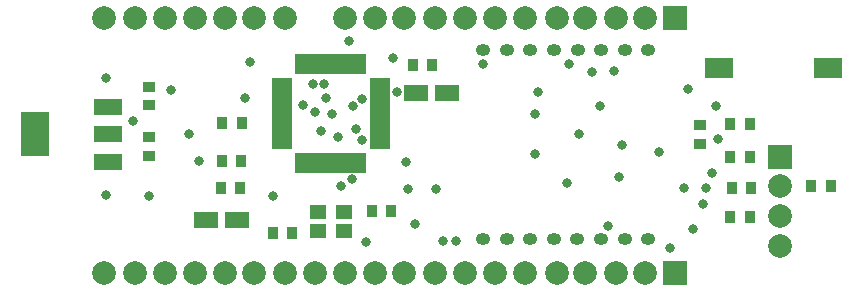
<source format=gts>
G04*
G04 #@! TF.GenerationSoftware,Altium Limited,Altium Designer,19.1.5 (86)*
G04*
G04 Layer_Color=8388736*
%FSLAX44Y44*%
%MOMM*%
G71*
G01*
G75*
%ADD25R,1.4000X1.2000*%
%ADD27R,2.3832X1.8032*%
%ADD28R,2.4384X1.4224*%
%ADD29R,2.4032X3.8032*%
%ADD30R,2.0032X1.4332*%
%ADD31R,0.9400X0.9900*%
%ADD32R,1.7632X0.4832*%
%ADD33R,0.4832X1.7632*%
%ADD34R,0.9032X1.0532*%
%ADD35R,0.9900X0.9400*%
%ADD36O,1.2032X1.0032*%
%ADD37R,2.0032X2.0032*%
%ADD38C,2.0032*%
%ADD39R,2.0032X2.0032*%
%ADD40C,0.8032*%
D25*
X271500Y72000D02*
D03*
X293500D02*
D03*
Y88000D02*
D03*
X271500D02*
D03*
D27*
X611500Y210000D02*
D03*
X703500D02*
D03*
D28*
X93750Y130636D02*
D03*
Y153750D02*
D03*
Y176864D02*
D03*
D29*
X31772Y153750D02*
D03*
D30*
X203100Y81250D02*
D03*
X176900D02*
D03*
X354400Y188750D02*
D03*
X380600D02*
D03*
D31*
X190000Y131250D02*
D03*
X206000D02*
D03*
X189500Y108750D02*
D03*
X205500D02*
D03*
X368000Y212500D02*
D03*
X352000D02*
D03*
X317500Y88750D02*
D03*
X333500D02*
D03*
X249250Y70000D02*
D03*
X233250D02*
D03*
D32*
X324300Y143750D02*
D03*
Y148750D02*
D03*
Y153750D02*
D03*
Y158750D02*
D03*
Y163750D02*
D03*
Y168750D02*
D03*
Y173750D02*
D03*
Y178750D02*
D03*
Y183750D02*
D03*
Y188750D02*
D03*
Y193750D02*
D03*
Y198750D02*
D03*
X240700D02*
D03*
Y193750D02*
D03*
Y188750D02*
D03*
Y183750D02*
D03*
Y178750D02*
D03*
Y173750D02*
D03*
Y168750D02*
D03*
Y163750D02*
D03*
Y158750D02*
D03*
Y153750D02*
D03*
Y148750D02*
D03*
Y143750D02*
D03*
D33*
X255000Y129450D02*
D03*
X260000D02*
D03*
X265000D02*
D03*
X270000D02*
D03*
X275000D02*
D03*
X280000D02*
D03*
X285000D02*
D03*
X290000D02*
D03*
X295000D02*
D03*
X300000D02*
D03*
X305000D02*
D03*
X310000D02*
D03*
Y213050D02*
D03*
X305000D02*
D03*
X300000D02*
D03*
X295000D02*
D03*
X290000D02*
D03*
X285000D02*
D03*
X280000D02*
D03*
X275000D02*
D03*
X270000D02*
D03*
X265000D02*
D03*
X260000D02*
D03*
X255000D02*
D03*
D34*
X620500Y83750D02*
D03*
X637000D02*
D03*
X621750Y108750D02*
D03*
X638250D02*
D03*
X620500Y162500D02*
D03*
X637000D02*
D03*
X620500Y135000D02*
D03*
X637000D02*
D03*
X705750Y110000D02*
D03*
X689250D02*
D03*
X190500Y163750D02*
D03*
X207000D02*
D03*
D35*
X595000Y145750D02*
D03*
Y161750D02*
D03*
X128750Y151750D02*
D03*
Y135750D02*
D03*
Y194250D02*
D03*
Y178250D02*
D03*
D36*
X551250Y225000D02*
D03*
X531250D02*
D03*
X511250D02*
D03*
X491320D02*
D03*
X471250D02*
D03*
X451250D02*
D03*
X431250D02*
D03*
X411250D02*
D03*
Y65000D02*
D03*
X431250D02*
D03*
X451250D02*
D03*
X471250D02*
D03*
X491250D02*
D03*
X511250D02*
D03*
X531250D02*
D03*
X551250D02*
D03*
D37*
X662500Y135000D02*
D03*
D38*
Y110000D02*
D03*
Y85000D02*
D03*
Y59000D02*
D03*
X268750Y36250D02*
D03*
X243750D02*
D03*
X548750D02*
D03*
X217750D02*
D03*
X523750D02*
D03*
X192750D02*
D03*
X497750D02*
D03*
X167750D02*
D03*
X473750D02*
D03*
X141750D02*
D03*
X446750D02*
D03*
X294750D02*
D03*
X319750D02*
D03*
X344750D02*
D03*
X370750D02*
D03*
X395750D02*
D03*
X421750D02*
D03*
X116750D02*
D03*
X90750D02*
D03*
X243750Y251990D02*
D03*
X548750D02*
D03*
X217750D02*
D03*
X523750D02*
D03*
X192750D02*
D03*
X497750D02*
D03*
X167750D02*
D03*
X473750D02*
D03*
X141750D02*
D03*
X446750D02*
D03*
X294750D02*
D03*
X319750D02*
D03*
X344750D02*
D03*
X370750D02*
D03*
X395750D02*
D03*
X421750D02*
D03*
X116750D02*
D03*
X90750D02*
D03*
D39*
X573750Y36250D02*
D03*
Y251990D02*
D03*
D40*
X338750Y190000D02*
D03*
X300000Y116250D02*
D03*
X291250Y110000D02*
D03*
X210000Y185000D02*
D03*
X115000Y165000D02*
D03*
X312500Y62500D02*
D03*
X353750Y77500D02*
D03*
X570000Y57500D02*
D03*
X588750Y73750D02*
D03*
X608750Y177500D02*
D03*
X610000Y150000D02*
D03*
X605000Y121250D02*
D03*
X581250Y108750D02*
D03*
X482500Y112500D02*
D03*
X526250Y117500D02*
D03*
X492500Y153750D02*
D03*
X522500Y207500D02*
D03*
X510000Y177500D02*
D03*
X457500Y190000D02*
D03*
X371250Y107500D02*
D03*
X346250Y130000D02*
D03*
X273750Y156250D02*
D03*
X213750Y215000D02*
D03*
X147500Y191250D02*
D03*
X162500Y153750D02*
D03*
X171250Y131250D02*
D03*
X233750Y101250D02*
D03*
X128750D02*
D03*
X600000Y108750D02*
D03*
X585000Y192500D02*
D03*
X276420Y196087D02*
D03*
X267500Y196250D02*
D03*
X560000Y138750D02*
D03*
X388750Y63750D02*
D03*
X347500Y107500D02*
D03*
X301250Y177500D02*
D03*
X335000Y218750D02*
D03*
X297500Y232500D02*
D03*
X283750Y171250D02*
D03*
X288750Y151250D02*
D03*
X377500Y63750D02*
D03*
X278750Y185000D02*
D03*
X92500Y201250D02*
D03*
Y102500D02*
D03*
X597500Y95000D02*
D03*
X528750Y145000D02*
D03*
X455000Y171250D02*
D03*
X303750Y158750D02*
D03*
X503750Y206250D02*
D03*
X483750Y213750D02*
D03*
X268750Y172500D02*
D03*
X258750Y178750D02*
D03*
X455000Y137500D02*
D03*
X517500Y76250D02*
D03*
X308750Y148750D02*
D03*
X411250Y213750D02*
D03*
X308750Y183750D02*
D03*
M02*

</source>
